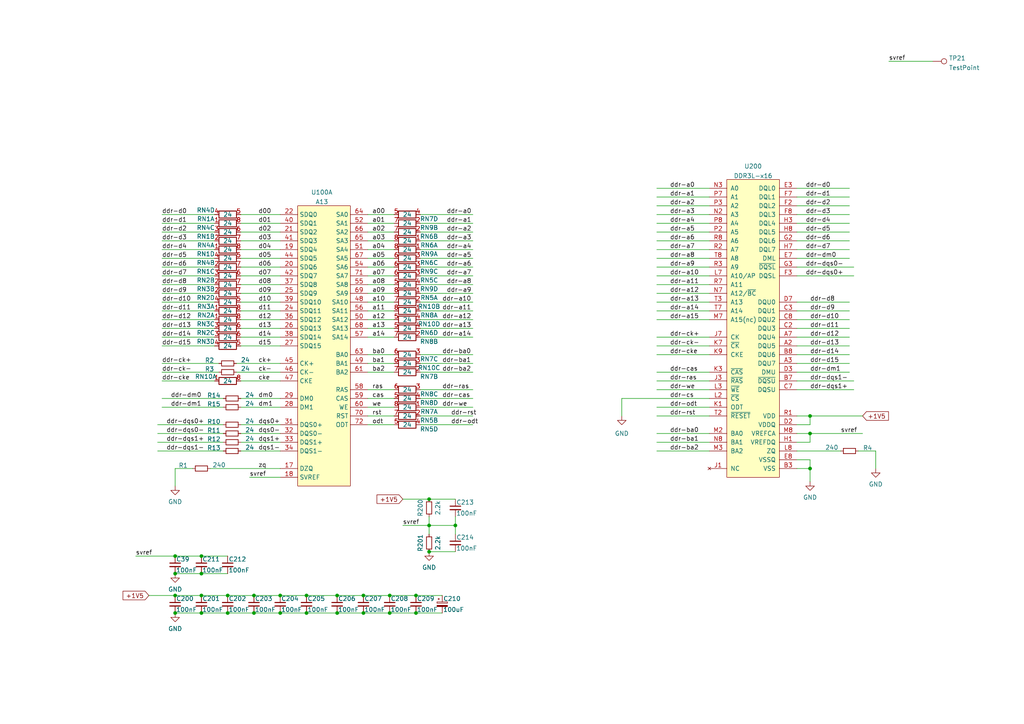
<source format=kicad_sch>
(kicad_sch (version 20231120) (generator "eeschema") (generator_version "8.0")
  (paper "A4")
  (junction (at 120.65 172.72))
  (junction (at 105.41 177.8))
  (junction (at 124.46 144.78))
  (junction (at 58.42 166.37))
  (junction (at 88.9 177.8))
  (junction (at 234.95 120.65))
  (junction (at 81.28 177.8))
  (junction (at 120.65 177.8))
  (junction (at 113.03 172.72))
  (junction (at 50.8 166.37))
  (junction (at 58.42 161.29))
  (junction (at 66.04 172.72))
  (junction (at 50.8 172.72))
  (junction (at 124.46 152.4))
  (junction (at 81.28 172.72))
  (junction (at 66.04 177.8))
  (junction (at 113.03 177.8))
  (junction (at 88.9 172.72))
  (junction (at 97.79 172.72))
  (junction (at 50.8 177.8))
  (junction (at 58.42 177.8))
  (junction (at 234.95 125.73))
  (junction (at 73.66 177.8))
  (junction (at 234.95 135.89))
  (junction (at 132.08 152.4))
  (junction (at 58.42 172.72))
  (junction (at 105.41 172.72))
  (junction (at 73.66 172.72))
  (junction (at 124.46 160.02))
  (junction (at 97.79 177.8))
  (junction (at 50.8 161.29))
  (wire (pts (xy 121.92 97.79) (xy 137.16 97.79)))
  (wire (pts (xy 46.99 115.57) (xy 64.77 115.57)))
  (wire (pts (xy 106.68 85.09) (xy 114.3 85.09)))
  (wire (pts (xy 106.68 74.93) (xy 114.3 74.93)))
  (wire (pts (xy 121.92 102.87) (xy 137.16 102.87)))
  (wire (pts (xy 190.5 67.31) (xy 205.74 67.31)))
  (wire (pts (xy 234.95 123.19) (xy 234.95 120.65)))
  (wire (pts (xy 234.95 135.89) (xy 234.95 139.7)))
  (wire (pts (xy 121.92 107.95) (xy 137.16 107.95)))
  (wire (pts (xy 73.66 177.8) (xy 81.28 177.8)))
  (wire (pts (xy 190.5 85.09) (xy 205.74 85.09)))
  (wire (pts (xy 190.5 77.47) (xy 205.74 77.47)))
  (wire (pts (xy 106.68 92.71) (xy 114.3 92.71)))
  (wire (pts (xy 50.8 172.72) (xy 58.42 172.72)))
  (wire (pts (xy 180.34 115.57) (xy 180.34 120.65)))
  (wire (pts (xy 190.5 64.77) (xy 205.74 64.77)))
  (wire (pts (xy 121.92 62.23) (xy 137.16 62.23)))
  (wire (pts (xy 106.68 97.79) (xy 114.3 97.79)))
  (wire (pts (xy 69.85 64.77) (xy 81.28 64.77)))
  (wire (pts (xy 234.95 128.27) (xy 234.95 125.73)))
  (wire (pts (xy 45.72 128.27) (xy 64.77 128.27)))
  (wire (pts (xy 106.68 123.19) (xy 114.3 123.19)))
  (wire (pts (xy 120.65 177.8) (xy 128.27 177.8)))
  (wire (pts (xy 190.5 57.15) (xy 205.74 57.15)))
  (wire (pts (xy 46.99 107.95) (xy 63.5 107.95)))
  (wire (pts (xy 106.68 95.25) (xy 114.3 95.25)))
  (wire (pts (xy 45.72 130.81) (xy 64.77 130.81)))
  (wire (pts (xy 190.5 113.03) (xy 205.74 113.03)))
  (wire (pts (xy 69.85 77.47) (xy 81.28 77.47)))
  (wire (pts (xy 46.99 62.23) (xy 62.23 62.23)))
  (wire (pts (xy 132.08 149.86) (xy 132.08 152.4)))
  (wire (pts (xy 124.46 160.02) (xy 132.08 160.02)))
  (wire (pts (xy 121.92 120.65) (xy 137.16 120.65)))
  (wire (pts (xy 60.96 135.89) (xy 81.28 135.89)))
  (wire (pts (xy 190.5 80.01) (xy 205.74 80.01)))
  (wire (pts (xy 116.84 152.4) (xy 124.46 152.4)))
  (wire (pts (xy 190.5 120.65) (xy 205.74 120.65)))
  (wire (pts (xy 72.39 138.43) (xy 81.28 138.43)))
  (wire (pts (xy 50.8 177.8) (xy 58.42 177.8)))
  (wire (pts (xy 105.41 177.8) (xy 113.03 177.8)))
  (wire (pts (xy 46.99 82.55) (xy 62.23 82.55)))
  (wire (pts (xy 66.04 177.8) (xy 73.66 177.8)))
  (wire (pts (xy 106.68 115.57) (xy 114.3 115.57)))
  (wire (pts (xy 46.99 92.71) (xy 62.23 92.71)))
  (wire (pts (xy 69.85 128.27) (xy 81.28 128.27)))
  (wire (pts (xy 231.14 69.85) (xy 246.38 69.85)))
  (wire (pts (xy 124.46 152.4) (xy 132.08 152.4)))
  (wire (pts (xy 106.68 120.65) (xy 114.3 120.65)))
  (wire (pts (xy 234.95 133.35) (xy 234.95 135.89)))
  (wire (pts (xy 69.85 100.33) (xy 81.28 100.33)))
  (wire (pts (xy 121.92 113.03) (xy 137.16 113.03)))
  (wire (pts (xy 121.92 74.93) (xy 137.16 74.93)))
  (wire (pts (xy 46.99 105.41) (xy 63.5 105.41)))
  (wire (pts (xy 120.65 172.72) (xy 128.27 172.72)))
  (wire (pts (xy 69.85 90.17) (xy 81.28 90.17)))
  (wire (pts (xy 46.99 72.39) (xy 62.23 72.39)))
  (wire (pts (xy 46.99 74.93) (xy 62.23 74.93)))
  (wire (pts (xy 190.5 130.81) (xy 205.74 130.81)))
  (wire (pts (xy 43.18 172.72) (xy 50.8 172.72)))
  (wire (pts (xy 46.99 87.63) (xy 62.23 87.63)))
  (wire (pts (xy 231.14 110.49) (xy 247.65 110.49)))
  (wire (pts (xy 190.5 69.85) (xy 205.74 69.85)))
  (wire (pts (xy 69.85 97.79) (xy 81.28 97.79)))
  (wire (pts (xy 231.14 64.77) (xy 246.38 64.77)))
  (wire (pts (xy 254 130.81) (xy 254 135.89)))
  (wire (pts (xy 231.14 92.71) (xy 246.38 92.71)))
  (wire (pts (xy 69.85 110.49) (xy 81.28 110.49)))
  (wire (pts (xy 234.95 120.65) (xy 250.19 120.65)))
  (wire (pts (xy 69.85 123.19) (xy 81.28 123.19)))
  (wire (pts (xy 69.85 67.31) (xy 81.28 67.31)))
  (wire (pts (xy 68.58 105.41) (xy 81.28 105.41)))
  (wire (pts (xy 39.37 161.29) (xy 50.8 161.29)))
  (wire (pts (xy 116.84 144.78) (xy 124.46 144.78)))
  (wire (pts (xy 58.42 161.29) (xy 66.04 161.29)))
  (wire (pts (xy 190.5 102.87) (xy 205.74 102.87)))
  (wire (pts (xy 231.14 95.25) (xy 246.38 95.25)))
  (wire (pts (xy 231.14 123.19) (xy 234.95 123.19)))
  (wire (pts (xy 106.68 64.77) (xy 114.3 64.77)))
  (wire (pts (xy 190.5 82.55) (xy 205.74 82.55)))
  (wire (pts (xy 234.95 125.73) (xy 250.19 125.73)))
  (wire (pts (xy 50.8 166.37) (xy 58.42 166.37)))
  (wire (pts (xy 231.14 120.65) (xy 234.95 120.65)))
  (wire (pts (xy 97.79 172.72) (xy 105.41 172.72)))
  (wire (pts (xy 69.85 80.01) (xy 81.28 80.01)))
  (wire (pts (xy 69.85 95.25) (xy 81.28 95.25)))
  (wire (pts (xy 231.14 62.23) (xy 246.38 62.23)))
  (wire (pts (xy 121.92 69.85) (xy 137.16 69.85)))
  (wire (pts (xy 113.03 172.72) (xy 120.65 172.72)))
  (wire (pts (xy 46.99 118.11) (xy 64.77 118.11)))
  (wire (pts (xy 69.85 125.73) (xy 81.28 125.73)))
  (wire (pts (xy 69.85 85.09) (xy 81.28 85.09)))
  (wire (pts (xy 231.14 54.61) (xy 246.38 54.61)))
  (wire (pts (xy 45.72 125.73) (xy 64.77 125.73)))
  (wire (pts (xy 121.92 92.71) (xy 137.16 92.71)))
  (wire (pts (xy 88.9 172.72) (xy 97.79 172.72)))
  (wire (pts (xy 69.85 92.71) (xy 81.28 92.71)))
  (wire (pts (xy 231.14 74.93) (xy 246.38 74.93)))
  (wire (pts (xy 121.92 90.17) (xy 137.16 90.17)))
  (wire (pts (xy 121.92 95.25) (xy 137.16 95.25)))
  (wire (pts (xy 231.14 77.47) (xy 247.65 77.47)))
  (wire (pts (xy 190.5 97.79) (xy 205.74 97.79)))
  (wire (pts (xy 231.14 102.87) (xy 246.38 102.87)))
  (wire (pts (xy 106.68 107.95) (xy 114.3 107.95)))
  (wire (pts (xy 113.03 177.8) (xy 120.65 177.8)))
  (wire (pts (xy 190.5 72.39) (xy 205.74 72.39)))
  (wire (pts (xy 231.14 80.01) (xy 247.65 80.01)))
  (wire (pts (xy 106.68 87.63) (xy 114.3 87.63)))
  (wire (pts (xy 231.14 125.73) (xy 234.95 125.73)))
  (wire (pts (xy 124.46 144.78) (xy 132.08 144.78)))
  (wire (pts (xy 106.68 77.47) (xy 114.3 77.47)))
  (wire (pts (xy 121.92 118.11) (xy 137.16 118.11)))
  (wire (pts (xy 231.14 100.33) (xy 246.38 100.33)))
  (wire (pts (xy 190.5 92.71) (xy 205.74 92.71)))
  (wire (pts (xy 46.99 67.31) (xy 62.23 67.31)))
  (wire (pts (xy 231.14 90.17) (xy 246.38 90.17)))
  (wire (pts (xy 121.92 123.19) (xy 137.16 123.19)))
  (wire (pts (xy 190.5 107.95) (xy 205.74 107.95)))
  (wire (pts (xy 121.92 64.77) (xy 137.16 64.77)))
  (wire (pts (xy 231.14 67.31) (xy 246.38 67.31)))
  (wire (pts (xy 46.99 69.85) (xy 62.23 69.85)))
  (wire (pts (xy 190.5 110.49) (xy 205.74 110.49)))
  (wire (pts (xy 66.04 172.72) (xy 73.66 172.72)))
  (wire (pts (xy 106.68 102.87) (xy 114.3 102.87)))
  (wire (pts (xy 46.99 95.25) (xy 62.23 95.25)))
  (wire (pts (xy 69.85 115.57) (xy 81.28 115.57)))
  (wire (pts (xy 231.14 107.95) (xy 246.38 107.95)))
  (wire (pts (xy 46.99 85.09) (xy 62.23 85.09)))
  (wire (pts (xy 81.28 177.8) (xy 88.9 177.8)))
  (wire (pts (xy 46.99 64.77) (xy 62.23 64.77)))
  (wire (pts (xy 180.34 115.57) (xy 205.74 115.57)))
  (wire (pts (xy 231.14 59.69) (xy 246.38 59.69)))
  (wire (pts (xy 106.68 62.23) (xy 114.3 62.23)))
  (wire (pts (xy 121.92 85.09) (xy 137.16 85.09)))
  (wire (pts (xy 190.5 62.23) (xy 205.74 62.23)))
  (wire (pts (xy 121.92 72.39) (xy 137.16 72.39)))
  (wire (pts (xy 190.5 128.27) (xy 205.74 128.27)))
  (wire (pts (xy 58.42 177.8) (xy 66.04 177.8)))
  (wire (pts (xy 105.41 172.72) (xy 113.03 172.72)))
  (wire (pts (xy 69.85 82.55) (xy 81.28 82.55)))
  (wire (pts (xy 190.5 125.73) (xy 205.74 125.73)))
  (wire (pts (xy 58.42 166.37) (xy 66.04 166.37)))
  (wire (pts (xy 46.99 110.49) (xy 62.23 110.49)))
  (wire (pts (xy 121.92 105.41) (xy 137.16 105.41)))
  (wire (pts (xy 50.8 135.89) (xy 50.8 140.97)))
  (wire (pts (xy 46.99 90.17) (xy 62.23 90.17)))
  (wire (pts (xy 69.85 87.63) (xy 81.28 87.63)))
  (wire (pts (xy 190.5 90.17) (xy 205.74 90.17)))
  (wire (pts (xy 46.99 97.79) (xy 62.23 97.79)))
  (wire (pts (xy 190.5 87.63) (xy 205.74 87.63)))
  (wire (pts (xy 88.9 177.8) (xy 97.79 177.8)))
  (wire (pts (xy 231.14 133.35) (xy 234.95 133.35)))
  (wire (pts (xy 46.99 80.01) (xy 62.23 80.01)))
  (wire (pts (xy 231.14 113.03) (xy 247.65 113.03)))
  (wire (pts (xy 190.5 54.61) (xy 205.74 54.61)))
  (wire (pts (xy 106.68 113.03) (xy 114.3 113.03)))
  (wire (pts (xy 106.68 118.11) (xy 114.3 118.11)))
  (wire (pts (xy 46.99 100.33) (xy 62.23 100.33)))
  (wire (pts (xy 231.14 128.27) (xy 234.95 128.27)))
  (wire (pts (xy 190.5 100.33) (xy 205.74 100.33)))
  (wire (pts (xy 81.28 172.72) (xy 88.9 172.72)))
  (wire (pts (xy 68.58 107.95) (xy 81.28 107.95)))
  (wire (pts (xy 231.14 72.39) (xy 246.38 72.39)))
  (wire (pts (xy 45.72 123.19) (xy 64.77 123.19)))
  (wire (pts (xy 106.68 67.31) (xy 114.3 67.31)))
  (wire (pts (xy 69.85 69.85) (xy 81.28 69.85)))
  (wire (pts (xy 124.46 152.4) (xy 124.46 154.94)))
  (wire (pts (xy 121.92 77.47) (xy 137.16 77.47)))
  (wire (pts (xy 248.92 130.81) (xy 254 130.81)))
  (wire (pts (xy 190.5 118.11) (xy 205.74 118.11)))
  (wire (pts (xy 190.5 74.93) (xy 205.74 74.93)))
  (wire (pts (xy 231.14 135.89) (xy 234.95 135.89)))
  (wire (pts (xy 231.14 105.41) (xy 246.38 105.41)))
  (wire (pts (xy 69.85 130.81) (xy 81.28 130.81)))
  (wire (pts (xy 124.46 149.86) (xy 124.46 152.4)))
  (wire (pts (xy 106.68 105.41) (xy 114.3 105.41)))
  (wire (pts (xy 69.85 72.39) (xy 81.28 72.39)))
  (wire (pts (xy 121.92 87.63) (xy 137.16 87.63)))
  (wire (pts (xy 121.92 82.55) (xy 137.16 82.55)))
  (wire (pts (xy 106.68 69.85) (xy 114.3 69.85)))
  (wire (pts (xy 73.66 172.72) (xy 81.28 172.72)))
  (wire (pts (xy 46.99 77.47) (xy 62.23 77.47)))
  (wire (pts (xy 106.68 90.17) (xy 114.3 90.17)))
  (wire (pts (xy 231.14 87.63) (xy 246.38 87.63)))
  (wire (pts (xy 69.85 62.23) (xy 81.28 62.23)))
  (wire (pts (xy 58.42 172.72) (xy 66.04 172.72)))
  (wire (pts (xy 121.92 67.31) (xy 137.16 67.31)))
  (wire (pts (xy 55.88 135.89) (xy 50.8 135.89)))
  (wire (pts (xy 69.85 118.11) (xy 81.28 118.11)))
  (wire (pts (xy 257.81 17.78) (xy 270.51 17.78)))
  (wire (pts (xy 231.14 57.15) (xy 246.38 57.15)))
  (wire (pts (xy 121.92 80.01) (xy 137.16 80.01)))
  (wire (pts (xy 106.68 82.55) (xy 114.3 82.55)))
  (wire (pts (xy 69.85 74.93) (xy 81.28 74.93)))
  (wire (pts (xy 106.68 72.39) (xy 114.3 72.39)))
  (wire (pts (xy 132.08 154.94) (xy 132.08 152.4)))
  (wire (pts (xy 97.79 177.8) (xy 105.41 177.8)))
  (wire (pts (xy 190.5 59.69) (xy 205.74 59.69)))
  (wire (pts (xy 121.92 115.57) (xy 137.16 115.57)))
  (wire (pts (xy 231.14 97.79) (xy 246.38 97.79)))
  (wire (pts (xy 231.14 130.81) (xy 243.84 130.81)))
  (wire (pts (xy 106.68 80.01) (xy 114.3 80.01)))
  (wire (pts (xy 50.8 161.29) (xy 58.42 161.29)))
  (label "d08" (at 74.93 82.55 0))
  (label "ddr-ras" (at 128.27 113.03 0))
  (label "a11" (at 107.95 90.17 0))
  (label "zq" (at 74.93 135.89 0))
  (label "d04" (at 74.93 72.39 0))
  (label "ddr-a12" (at 194.31 85.09 0))
  (label "ddr-dqs0-" (at 48.26 125.73 0))
  (label "ddr-ck+" (at 194.31 97.79 0))
  (label "ddr-a2" (at 194.31 59.69 0))
  (label "ddr-dm1" (at 234.95 107.95 0))
  (label "ddr-dqs0-" (at 233.68 77.47 0))
  (label "d02" (at 74.93 67.31 0))
  (label "ddr-a0" (at 194.31 54.61 0))
  (label "ddr-d0" (at 233.68 54.61 0))
  (label "ddr-d13" (at 234.95 100.33 0))
  (label "ddr-d10" (at 46.99 87.63 0))
  (label "ddr-a3" (at 194.31 62.23 0))
  (label "d10" (at 74.93 87.63 0))
  (label "ddr-a9" (at 194.31 77.47 0))
  (label "a06" (at 107.95 77.47 0))
  (label "ddr-a15" (at 194.31 92.71 0))
  (label "ddr-ba2" (at 194.31 130.81 0))
  (label "cas" (at 107.95 115.57 0))
  (label "d03" (at 74.93 69.85 0))
  (label "ddr-we" (at 128.27 118.11 0))
  (label "ddr-d7" (at 233.68 72.39 0))
  (label "ddr-rst" (at 130.81 120.65 0))
  (label "ddr-d3" (at 233.68 62.23 0))
  (label "ddr-d11" (at 46.99 90.17 0))
  (label "ddr-cs" (at 194.31 115.57 0))
  (label "ddr-d2" (at 46.99 67.31 0))
  (label "ddr-odt" (at 130.81 123.19 0))
  (label "ba2" (at 107.95 107.95 0))
  (label "a08" (at 107.95 82.55 0))
  (label "ddr-d1" (at 233.68 57.15 0))
  (label "ddr-ras" (at 194.31 110.49 0))
  (label "svref" (at 72.39 138.43 0))
  (label "ddr-d7" (at 46.99 80.01 0))
  (label "ddr-dm1" (at 49.53 118.11 0))
  (label "a02" (at 107.95 67.31 0))
  (label "d12" (at 74.93 92.71 0))
  (label "ddr-a13" (at 128.27 95.25 0))
  (label "ddr-ba0" (at 128.27 102.87 0))
  (label "ddr-a7" (at 129.54 80.01 0))
  (label "ddr-cas" (at 194.31 107.95 0))
  (label "ddr-a2" (at 129.54 67.31 0))
  (label "ddr-odt" (at 194.31 118.11 0))
  (label "cke" (at 74.93 110.49 0))
  (label "ddr-a3" (at 129.54 69.85 0))
  (label "ddr-we" (at 194.31 113.03 0))
  (label "a04" (at 107.95 72.39 0))
  (label "d07" (at 74.93 80.01 0))
  (label "ddr-d1" (at 46.99 64.77 0))
  (label "d09" (at 74.93 85.09 0))
  (label "ddr-a10" (at 194.31 80.01 0))
  (label "ddr-a4" (at 129.54 72.39 0))
  (label "ddr-a6" (at 129.54 77.47 0))
  (label "ddr-d11" (at 234.95 95.25 0))
  (label "dqs0+" (at 74.93 123.19 0))
  (label "ddr-a1" (at 129.54 64.77 0))
  (label "dqs0-" (at 74.93 125.73 0))
  (label "ddr-cas" (at 128.27 115.57 0))
  (label "d05" (at 74.93 74.93 0))
  (label "ddr-dqs1+" (at 48.26 128.27 0))
  (label "a10" (at 107.95 87.63 0))
  (label "ddr-a10" (at 128.27 87.63 0))
  (label "d00" (at 74.93 62.23 0))
  (label "a01" (at 107.95 64.77 0))
  (label "ddr-d14" (at 234.95 102.87 0))
  (label "dqs1-" (at 74.93 130.81 0))
  (label "ddr-d5" (at 233.68 67.31 0))
  (label "ddr-a0" (at 129.54 62.23 0))
  (label "ddr-a13" (at 194.31 87.63 0))
  (label "d06" (at 74.93 77.47 0))
  (label "ddr-rst" (at 194.31 120.65 0))
  (label "ddr-ck+" (at 46.99 105.41 0))
  (label "ddr-d5" (at 46.99 74.93 0))
  (label "ddr-cke" (at 194.31 102.87 0))
  (label "ddr-d6" (at 46.99 77.47 0))
  (label "ck+" (at 74.93 105.41 0))
  (label "ddr-dqs1-" (at 48.26 130.81 0))
  (label "d15" (at 74.93 100.33 0))
  (label "ddr-a8" (at 129.54 82.55 0))
  (label "a03" (at 107.95 69.85 0))
  (label "ddr-dqs1-" (at 234.95 110.49 0))
  (label "ddr-a14" (at 128.27 97.79 0))
  (label "ddr-ck-" (at 46.99 107.95 0))
  (label "ddr-dqs0+" (at 48.26 123.19 0))
  (label "ddr-dqs0+" (at 233.68 80.01 0))
  (label "ddr-ba0" (at 194.31 125.73 0))
  (label "ddr-dm0" (at 49.53 115.57 0))
  (label "a07" (at 107.95 80.01 0))
  (label "ras" (at 107.95 113.03 0))
  (label "we" (at 107.95 118.11 0))
  (label "ddr-d12" (at 234.95 97.79 0))
  (label "a05" (at 107.95 74.93 0))
  (label "d14" (at 74.93 97.79 0))
  (label "ba1" (at 107.95 105.41 0))
  (label "svref" (at 243.84 125.73 0))
  (label "svref" (at 39.37 161.29 0))
  (label "ddr-a14" (at 194.31 90.17 0))
  (label "ddr-dqs1+" (at 234.95 113.03 0))
  (label "ddr-d9" (at 46.99 85.09 0))
  (label "ddr-ba1" (at 128.27 105.41 0))
  (label "ddr-dm0" (at 233.68 74.93 0))
  (label "ck-" (at 74.93 107.95 0))
  (label "a12" (at 107.95 92.71 0))
  (label "ddr-d10" (at 234.95 92.71 0))
  (label "a00" (at 107.95 62.23 0))
  (label "ddr-a8" (at 194.31 74.93 0))
  (label "ddr-a5" (at 129.54 74.93 0))
  (label "ddr-ba1" (at 194.31 128.27 0))
  (label "d01" (at 74.93 64.77 0))
  (label "ddr-d9" (at 234.95 90.17 0))
  (label "ddr-a7" (at 194.31 72.39 0))
  (label "rst" (at 107.95 120.65 0))
  (label "svref" (at 116.84 152.4 0))
  (label "ddr-d15" (at 234.95 105.41 0))
  (label "ddr-a12" (at 128.27 92.71 0))
  (label "d11" (at 74.93 90.17 0))
  (label "ddr-a9" (at 129.54 85.09 0))
  (label "odt" (at 107.95 123.19 0))
  (label "ddr-a1" (at 194.31 57.15 0))
  (label "ddr-a6" (at 194.31 69.85 0))
  (label "ddr-d0" (at 46.99 62.23 0))
  (label "ddr-d6" (at 233.68 69.85 0))
  (label "dm1" (at 74.93 118.11 0))
  (label "a13" (at 107.95 95.25 0))
  (label "ddr-d4" (at 46.99 72.39 0))
  (label "ba0" (at 107.95 102.87 0))
  (label "ddr-a5" (at 194.31 67.31 0))
  (label "d13" (at 74.93 95.25 0))
  (label "ddr-cke" (at 46.99 110.49 0))
  (label "ddr-d8" (at 234.95 87.63 0))
  (label "ddr-d4" (at 233.68 64.77 0))
  (label "ddr-d2" (at 233.68 59.69 0))
  (label "svref" (at 257.81 17.78 0))
  (label "ddr-d15" (at 46.99 100.33 0))
  (label "dqs1+" (at 74.93 128.27 0))
  (label "dm0" (at 74.93 115.57 0))
  (label "ddr-d13" (at 46.99 95.25 0))
  (label "ddr-ba2" (at 128.27 107.95 0))
  (label "ddr-a11" (at 194.31 82.55 0))
  (label "ddr-d12" (at 46.99 92.71 0))
  (label "a14" (at 107.95 97.79 0))
  (label "ddr-a11" (at 128.27 90.17 0))
  (label "a09" (at 107.95 85.09 0))
  (label "ddr-d14" (at 46.99 97.79 0))
  (label "ddr-d8" (at 46.99 82.55 0))
  (label "ddr-a4" (at 194.31 64.77 0))
  (label "ddr-ck-" (at 194.31 100.33 0))
  (label "ddr-d3" (at 46.99 69.85 0))
  (global_label "+1V5" (shape input) (at 250.19 120.65 0) (property "Intersheetrefs" "${INTERSHEET_REFS}" (effects (hide yes))))
  (global_label "+1V5" (shape input) (at 116.84 144.78 180) (property "Intersheetrefs" "${INTERSHEET_REFS}" (effects (hide yes))))
  (global_label "+1V5" (shape input) (at 43.18 172.72 180) (property "Intersheetrefs" "${INTERSHEET_REFS}" (effects (hide yes))))
  (symbol (lib_id "Device:R_Small") (at 67.31 130.81 90) (unit 1)
    (property "Reference" "R13" (at 62.0373 129.9098 90))
    (property "Value" "24" (at 72.4339 129.7885 90))
    (property "Footprint" "Resistor_SMD:R_0402_1005Metric" (effects (hide yes)))
  )
  (symbol (lib_id "Device:R_Pack04_Split") (at 118.11 77.47 90) (mirror x) (unit 3)
    (property "Reference" "RN9" (at 124.46 78.74 90))
    (property "Value" "24" (at 118.11 77.47 90))
    (property "Footprint" "Resistor_SMD:R_Array_Concave_4x0402" (effects (hide yes)))
  )
  (symbol (lib_id "Device:R_Pack04_Split") (at 118.11 72.39 90) (mirror x) (unit 1)
    (property "Reference" "RN9" (at 124.46 73.66 90))
    (property "Value" "24" (at 118.11 72.39 90))
    (property "Footprint" "Resistor_SMD:R_Array_Concave_4x0402" (effects (hide yes)))
  )
  (symbol (lib_id "Device:R_Pack04_Split") (at 66.04 77.47 270) (mirror x) (unit 2)
    (property "Reference" "RN4" (at 59.69 76.2 90))
    (property "Value" "24" (at 66.04 77.47 90))
    (property "Footprint" "Resistor_SMD:R_Array_Concave_4x0402" (effects (hide yes)))
  )
  (symbol (lib_id "Device:R_Pack04_Split") (at 118.11 69.85 90) (mirror x) (unit 1)
    (property "Reference" "RN6" (at 124.46 71.12 90))
    (property "Value" "24" (at 118.11 69.85 90))
    (property "Footprint" "Resistor_SMD:R_Array_Concave_4x0402" (effects (hide yes)))
  )
  (symbol (lib_id "power:GND") (at 234.95 139.7 0) (unit 1)
    (property "Reference" "#PWR0102" (effects (hide yes)))
    (property "Value" "GND" (at 234.95 144.2626 0))
  )
  (symbol (lib_id "Device:R_Small") (at 66.04 107.95 90) (unit 1)
    (property "Reference" "R3" (at 60.7673 107.0498 90))
    (property "Value" "24" (at 71.1639 106.9285 90))
    (property "Footprint" "Resistor_SMD:R_0402_1005Metric" (effects (hide yes)))
  )
  (symbol (lib_id "Device:R_Pack04_Split") (at 118.11 62.23 90) (mirror x) (unit 4)
    (property "Reference" "RN7" (at 124.46 63.5 90))
    (property "Value" "24" (at 118.11 62.23 90))
    (property "Footprint" "Resistor_SMD:R_Array_Concave_4x0402" (effects (hide yes)))
  )
  (symbol (lib_id "Device:C_Small") (at 105.41 175.26 0) (unit 1)
    (property "Reference" "C207" (at 105.6851 173.6334 0) (effects (justify left)))
    (property "Value" "100nF" (at 105.6366 176.8195 0) (effects (justify left)))
    (property "Footprint" "Capacitor_SMD:C_0402_1005Metric" (effects (hide yes)))
  )
  (symbol (lib_id "Device:C_Small") (at 120.65 175.26 0) (unit 1)
    (property "Reference" "C209" (at 120.9251 173.6334 0) (effects (justify left)))
    (property "Value" "100nF" (at 120.8766 176.8195 0) (effects (justify left)))
    (property "Footprint" "Capacitor_SMD:C_0402_1005Metric" (effects (hide yes)))
  )
  (symbol (lib_id "Device:R_Small") (at 67.31 125.73 90) (unit 1)
    (property "Reference" "R11" (at 62.0373 124.8298 90))
    (property "Value" "24" (at 72.4339 124.7085 90))
    (property "Footprint" "Resistor_SMD:R_0402_1005Metric" (effects (hide yes)))
  )
  (symbol (lib_id "Device:R_Pack04_Split") (at 66.04 67.31 270) (mirror x) (unit 3)
    (property "Reference" "RN4" (at 59.69 66.04 90))
    (property "Value" "24" (at 66.04 67.31 90))
    (property "Footprint" "Resistor_SMD:R_Array_Concave_4x0402" (effects (hide yes)))
  )
  (symbol (lib_id "Device:C_Small") (at 97.79 175.26 0) (unit 1)
    (property "Reference" "C206" (at 98.0651 173.6334 0) (effects (justify left)))
    (property "Value" "100nF" (at 98.0166 176.8195 0) (effects (justify left)))
    (property "Footprint" "Capacitor_SMD:C_0402_1005Metric" (effects (hide yes)))
  )
  (symbol (lib_id "Device:R_Pack04_Split") (at 66.04 100.33 270) (mirror x) (unit 4)
    (property "Reference" "RN3" (at 59.69 99.06 90))
    (property "Value" "24" (at 66.04 100.33 90))
    (property "Footprint" "Resistor_SMD:R_Array_Concave_4x0402" (effects (hide yes)))
  )
  (symbol (lib_id "Device:R_Pack04_Split") (at 118.11 95.25 90) (mirror x) (unit 4)
    (property "Reference" "RN6" (at 124.46 96.52 90))
    (property "Value" "24" (at 118.11 95.25 90))
    (property "Footprint" "Resistor_SMD:R_Array_Concave_4x0402" (effects (hide yes)))
  )
  (symbol (lib_id "Device:R_Pack04_Split") (at 66.04 85.09 270) (mirror x) (unit 2)
    (property "Reference" "RN3" (at 59.69 83.82 90))
    (property "Value" "24" (at 66.04 85.09 90))
    (property "Footprint" "Resistor_SMD:R_Array_Concave_4x0402" (effects (hide yes)))
  )
  (symbol (lib_id "Device:C_Small") (at 50.8 175.26 0) (unit 1)
    (property "Reference" "C200" (at 51.0751 173.6334 0) (effects (justify left)))
    (property "Value" "100nF" (at 51.0266 176.8195 0) (effects (justify left)))
    (property "Footprint" "Capacitor_SMD:C_0402_1005Metric" (effects (hide yes)))
  )
  (symbol (lib_id "Device:R_Pack04_Split") (at 66.04 95.25 270) (mirror x) (unit 3)
    (property "Reference" "RN3" (at 59.69 93.98 90))
    (property "Value" "24" (at 66.04 95.25 90))
    (property "Footprint" "Resistor_SMD:R_Array_Concave_4x0402" (effects (hide yes)))
  )
  (symbol (lib_id "Device:R_Small") (at 58.42 135.89 90) (unit 1)
    (property "Reference" "R1" (at 53.1473 134.9898 90))
    (property "Value" "240" (at 63.5439 134.8685 90))
    (property "Footprint" "Resistor_SMD:R_0402_1005Metric" (effects (hide yes)))
  )
  (symbol (lib_id "Device:R_Pack04_Split") (at 66.04 82.55 270) (mirror x) (unit 2)
    (property "Reference" "RN2" (at 59.69 81.28 90))
    (property "Value" "24" (at 66.04 82.55 90))
    (property "Footprint" "Resistor_SMD:R_Array_Concave_4x0402" (effects (hide yes)))
  )
  (symbol (lib_id "Device:R_Small") (at 124.46 147.32 180) (unit 1)
    (property "Reference" "R200" (at 121.92 147.32 90))
    (property "Value" "2.2k" (at 127 147.32 90))
    (property "Footprint" "Resistor_SMD:R_0402_1005Metric" (effects (hide yes)))
  )
  (symbol (lib_id "Device:C_Small") (at 58.42 163.83 0) (unit 1)
    (property "Reference" "C211" (at 58.6951 162.2034 0) (effects (justify left)))
    (property "Value" "100nF" (at 58.6466 165.3895 0) (effects (justify left)))
    (property "Footprint" "Capacitor_SMD:C_0402_1005Metric" (effects (hide yes)))
  )
  (symbol (lib_id "Device:R_Pack04_Split") (at 66.04 72.39 270) (mirror x) (unit 1)
    (property "Reference" "RN4" (at 59.69 71.12 90))
    (property "Value" "24" (at 66.04 72.39 90))
    (property "Footprint" "Resistor_SMD:R_Array_Concave_4x0402" (effects (hide yes)))
  )
  (symbol (lib_id "Device:R_Pack04_Split") (at 66.04 80.01 270) (mirror x) (unit 3)
    (property "Reference" "RN1" (at 59.69 78.74 90))
    (property "Value" "24" (at 66.04 80.01 90))
    (property "Footprint" "Resistor_SMD:R_Array_Concave_4x0402" (effects (hide yes)))
  )
  (symbol (lib_id "Device:R_Pack04_Split") (at 118.11 107.95 90) (mirror x) (unit 2)
    (property "Reference" "RN7" (at 124.46 109.22 90))
    (property "Value" "24" (at 118.11 107.95 90))
    (property "Footprint" "Resistor_SMD:R_Array_Concave_4x0402" (effects (hide yes)))
  )
  (symbol (lib_id "Device:R_Pack04_Split") (at 118.11 80.01 90) (mirror x) (unit 3)
    (property "Reference" "RN5" (at 124.46 81.28 90))
    (property "Value" "24" (at 118.11 80.01 90))
    (property "Footprint" "Resistor_SMD:R_Array_Concave_4x0402" (effects (hide yes)))
  )
  (symbol (lib_id "Device:R_Pack04_Split") (at 118.11 87.63 90) (mirror x) (unit 2)
    (property "Reference" "RN10" (at 124.46 88.9 90))
    (property "Value" "24" (at 118.11 87.63 90))
    (property "Footprint" "Resistor_SMD:R_Array_Concave_4x0402" (effects (hide yes)))
  )
  (symbol (lib_id "Device:R_Small") (at 66.04 105.41 90) (unit 1)
    (property "Reference" "R2" (at 60.7673 104.5098 90))
    (property "Value" "24" (at 71.1639 104.3885 90))
    (property "Footprint" "Resistor_SMD:R_0402_1005Metric" (effects (hide yes)))
  )
  (symbol (lib_id "Device:R_Pack04_Split") (at 66.04 90.17 270) (mirror x) (unit 1)
    (property "Reference" "RN3" (at 59.69 88.9 90))
    (property "Value" "24" (at 66.04 90.17 90))
    (property "Footprint" "Resistor_SMD:R_Array_Concave_4x0402" (effects (hide yes)))
  )
  (symbol (lib_id "Device:R_Pack04_Split") (at 118.11 118.11 90) (mirror x) (unit 1)
    (property "Reference" "RN7" (at 124.46 119.38 90))
    (property "Value" "24" (at 118.11 118.11 90))
    (property "Footprint" "Resistor_SMD:R_Array_Concave_4x0402" (effects (hide yes)))
  )
  (symbol (lib_id "Device:R_Pack04_Split") (at 118.11 120.65 90) (mirror x) (unit 2)
    (property "Reference" "RN5" (at 124.46 121.92 90))
    (property "Value" "24" (at 118.11 120.65 90))
    (property "Footprint" "Resistor_SMD:R_Array_Concave_4x0402" (effects (hide yes)))
  )
  (symbol (lib_id "Device:R_Pack04_Split") (at 118.11 105.41 90) (mirror x) (unit 3)
    (property "Reference" "RN10" (at 124.46 106.68 90))
    (property "Value" "24" (at 118.11 105.41 90))
    (property "Footprint" "Resistor_SMD:R_Array_Concave_4x0402" (effects (hide yes)))
  )
  (symbol (lib_id "Device:R_Pack04_Split") (at 66.04 97.79 270) (mirror x) (unit 3)
    (property "Reference" "RN2" (at 59.69 96.52 90))
    (property "Value" "24" (at 66.04 97.79 90))
    (property "Footprint" "Resistor_SMD:R_Array_Concave_4x0402" (effects (hide yes)))
  )
  (symbol (lib_id "winbond:DDR3L-x16") (at 218.44 101.6 0) (unit 1)
    (property "Reference" "U200" (at 218.44 48.2304 0))
    (property "Value" "DDR3L-x16" (at 218.44 51.0055 0))
    (property "Footprint" "winbond:BGA-96_9x14mm_P0.8mm" (effects (hide yes)))
  )
  (symbol (lib_id "power:GND") (at 50.8 177.8 0) (unit 1)
    (property "Reference" "#PWR0132" (effects (hide yes)))
    (property "Value" "GND" (at 50.8 182.3626 0))
  )
  (symbol (lib_id "Device:C_Small") (at 66.04 175.26 0) (unit 1)
    (property "Reference" "C202" (at 66.3151 173.6334 0) (effects (justify left)))
    (property "Value" "100nF" (at 66.2666 176.8195 0) (effects (justify left)))
    (property "Footprint" "Capacitor_SMD:C_0402_1005Metric" (effects (hide yes)))
  )
  (symbol (lib_id "Device:R_Pack04_Split") (at 66.04 87.63 270) (mirror x) (unit 4)
    (property "Reference" "RN2" (at 59.69 86.36 90))
    (property "Value" "24" (at 66.04 87.63 90))
    (property "Footprint" "Resistor_SMD:R_Array_Concave_4x0402" (effects (hide yes)))
  )
  (symbol (lib_id "Device:R_Small") (at 67.31 123.19 90) (unit 1)
    (property "Reference" "R10" (at 62.0373 122.2898 90))
    (property "Value" "24" (at 72.4339 122.1685 90))
    (property "Footprint" "Resistor_SMD:R_0402_1005Metric" (effects (hide yes)))
  )
  (symbol (lib_id "Device:C_Small") (at 132.08 157.48 0) (unit 1)
    (property "Reference" "C214" (at 132.3551 155.8534 0) (effects (justify left)))
    (property "Value" "100nF" (at 132.3066 159.0395 0) (effects (justify left)))
    (property "Footprint" "Capacitor_SMD:C_0402_1005Metric" (effects (hide yes)))
  )
  (symbol (lib_id "allwinner:A13") (at 93.98 59.69 0) (unit 1)
    (property "Reference" "U100" (at 93.345 55.7742 0))
    (property "Value" "A13" (at 93.345 58.5493 0))
    (property "Footprint" "allwinner:LQFP-176_20x20mm_P0.4mm" (effects (hide yes)))
  )
  (symbol (lib_id "Device:R_Pack04_Split") (at 118.11 74.93 90) (mirror x) (unit 3)
    (property "Reference" "RN6" (at 124.46 76.2 90))
    (property "Value" "24" (at 118.11 74.93 90))
    (property "Footprint" "Resistor_SMD:R_Array_Concave_4x0402" (effects (hide yes)))
  )
  (symbol (lib_id "Device:R_Pack04_Split") (at 118.11 102.87 90) (mirror x) (unit 3)
    (property "Reference" "RN7" (at 124.46 104.14 90))
    (property "Value" "24" (at 118.11 102.87 90))
    (property "Footprint" "Resistor_SMD:R_Array_Concave_4x0402" (effects (hide yes)))
  )
  (symbol (lib_id "Device:C_Small") (at 50.8 163.83 0) (unit 1)
    (property "Reference" "C39" (at 51.0751 162.2034 0) (effects (justify left)))
    (property "Value" "100nF" (at 51.0266 165.3895 0) (effects (justify left)))
    (property "Footprint" "Capacitor_SMD:C_0402_1005Metric" (effects (hide yes)))
  )
  (symbol (lib_id "Device:R_Small") (at 124.46 157.48 180) (unit 1)
    (property "Reference" "R201" (at 121.92 157.48 90))
    (property "Value" "2.2k" (at 127 157.48 90))
    (property "Footprint" "Resistor_SMD:R_0402_1005Metric" (effects (hide yes)))
  )
  (symbol (lib_id "power:GND") (at 50.8 140.97 0) (unit 1)
    (property "Reference" "#PWR0104" (effects (hide yes)))
    (property "Value" "GND" (at 50.8 145.5326 0))
  )
  (symbol (lib_id "Device:R_Pack04_Split") (at 118.11 85.09 90) (mirror x) (unit 1)
    (property "Reference" "RN5" (at 124.46 86.36 90))
    (property "Value" "24" (at 118.11 85.09 90))
    (property "Footprint" "Resistor_SMD:R_Array_Concave_4x0402" (effects (hide yes)))
  )
  (symbol (lib_id "Device:R_Pack04_Split") (at 66.04 110.49 270) (mirror x) (unit 1)
    (property "Reference" "RN10" (at 59.69 109.22 90))
    (property "Value" "24" (at 66.04 110.49 90))
    (property "Footprint" "Resistor_SMD:R_Array_Concave_4x0402" (effects (hide yes)))
  )
  (symbol (lib_id "Device:R_Pack04_Split") (at 66.04 74.93 270) (mirror x) (unit 4)
    (property "Reference" "RN1" (at 59.69 73.66 90))
    (property "Value" "24" (at 66.04 74.93 90))
    (property "Footprint" "Resistor_SMD:R_Array_Concave_4x0402" (effects (hide yes)))
  )
  (symbol (lib_id "Device:R_Pack04_Split") (at 66.04 64.77 270) (mirror x) (unit 1)
    (property "Reference" "RN1" (at 59.69 63.5 90))
    (property "Value" "24" (at 66.04 64.77 90))
    (property "Footprint" "Resistor_SMD:R_Array_Concave_4x0402" (effects (hide yes)))
  )
  (symbol (lib_id "power:GND") (at 124.46 160.02 0) (unit 1)
    (property "Reference" "#PWR0165" (effects (hide yes)))
    (property "Value" "GND" (at 124.46 164.5826 0))
  )
  (symbol (lib_id "Device:R_Small") (at 246.38 130.81 270) (mirror x) (unit 1)
    (property "Reference" "R4" (at 251.6527 129.9098 90))
    (property "Value" "240" (at 241.2561 129.7885 90))
    (property "Footprint" "Resistor_SMD:R_0402_1005Metric" (effects (hide yes)))
  )
  (symbol (lib_id "Device:R_Pack04_Split") (at 118.11 92.71 90) (mirror x) (unit 4)
    (property "Reference" "RN10" (at 124.46 93.98 90))
    (property "Value" "24" (at 118.11 92.71 90))
    (property "Footprint" "Resistor_SMD:R_Array_Concave_4x0402" (effects (hide yes)))
  )
  (symbol (lib_id "Device:R_Small") (at 67.31 115.57 90) (unit 1)
    (property "Reference" "R14" (at 62.0373 114.6698 90))
    (property "Value" "24" (at 72.4339 114.5485 90))
    (property "Footprint" "Resistor_SMD:R_0402_1005Metric" (effects (hide yes)))
  )
  (symbol (lib_id "Device:R_Small") (at 67.31 128.27 90) (unit 1)
    (property "Reference" "R12" (at 62.0373 127.3698 90))
    (property "Value" "24" (at 72.4339 127.2485 90))
    (property "Footprint" "Resistor_SMD:R_0402_1005Metric" (effects (hide yes)))
  )
  (symbol (lib_id "Device:C_Small") (at 88.9 175.26 0) (unit 1)
    (property "Reference" "C205" (at 89.1751 173.6334 0) (effects (justify left)))
    (property "Value" "100nF" (at 89.1266 176.8195 0) (effects (justify left)))
    (property "Footprint" "Capacitor_SMD:C_0402_1005Metric" (effects (hide yes)))
  )
  (symbol (lib_id "Device:R_Pack04_Split") (at 118.11 113.03 90) (mirror x) (unit 3)
    (property "Reference" "RN8" (at 124.46 114.3 90))
    (property "Value" "24" (at 118.11 113.03 90))
    (property "Footprint" "Resistor_SMD:R_Array_Concave_4x0402" (effects (hide yes)))
  )
  (symbol (lib_id "Device:C_Polarized_Small") (at 128.27 175.26 0) (unit 1)
    (property "Reference" "C210" (at 128.5451 173.6334 0) (effects (justify left)))
    (property "Value" "100uF" (at 128.4966 176.8195 0) (effects (justify left)))
    (property "Footprint" "Capacitor_Tantalum_SMD:CP_EIA-2012-15_AVX-P" (effects (hide yes)))
  )
  (symbol (lib_id "Device:R_Pack04_Split") (at 118.11 115.57 90) (mirror x) (unit 4)
    (property "Reference" "RN8" (at 124.46 116.84 90))
    (property "Value" "24" (at 118.11 115.57 90))
    (property "Footprint" "Resistor_SMD:R_Array_Concave_4x0402" (effects (hide yes)))
  )
  (symbol (lib_id "Device:R_Pack04_Split") (at 66.04 69.85 270) (mirror x) (unit 2)
    (property "Reference" "RN1" (at 59.69 68.58 90))
    (property "Value" "24" (at 66.04 69.85 90))
    (property "Footprint" "Resistor_SMD:R_Array_Concave_4x0402" (effects (hide yes)))
  )
  (symbol (lib_id "Device:C_Small") (at 113.03 175.26 0) (unit 1)
    (property "Reference" "C208" (at 113.3051 173.6334 0) (effects (justify left)))
    (property "Value" "100nF" (at 113.2566 176.8195 0) (effects (justify left)))
    (property "Footprint" "Capacitor_SMD:C_0402_1005Metric" (effects (hide yes)))
  )
  (symbol (lib_id "Device:R_Pack04_Split") (at 118.11 97.79 90) (mirror x) (unit 2)
    (property "Reference" "RN8" (at 124.46 99.06 90))
    (property "Value" "24" (at 118.11 97.79 90))
    (property "Footprint" "Resistor_SMD:R_Array_Concave_4x0402" (effects (hide yes)))
  )
  (symbol (lib_id "Device:C_Small") (at 58.42 175.26 0) (unit 1)
    (property "Reference" "C201" (at 58.6951 173.6334 0) (effects (justify left)))
    (property "Value" "100nF" (at 58.6466 176.8195 0) (effects (justify left)))
    (property "Footprint" "Capacitor_SMD:C_0402_1005Metric" (effects (hide yes)))
  )
  (symbol (lib_id "power:GND") (at 254 135.89 0) (mirror y) (unit 1)
    (property "Reference" "#PWR0103" (effects (hide yes)))
    (property "Value" "GND" (at 254 140.4526 0))
  )
  (symbol (lib_id "Device:C_Small") (at 73.66 175.26 0) (unit 1)
    (property "Reference" "C203" (at 73.9351 173.6334 0) (effects (justify left)))
    (property "Value" "100nF" (at 73.8866 176.8195 0) (effects (justify left)))
    (property "Footprint" "Capacitor_SMD:C_0402_1005Metric" (effects (hide yes)))
  )
  (symbol (lib_id "Device:R_Pack04_Split") (at 118.11 64.77 90) (mirror x) (unit 2)
    (property "Reference" "RN9" (at 124.46 66.04 90))
    (property "Value" "24" (at 118.11 64.77 90))
    (property "Footprint" "Resistor_SMD:R_Array_Concave_4x0402" (effects (hide yes)))
  )
  (symbol (lib_id "Connector:TestPoint") (at 270.51 17.78 270) (unit 1)
    (property "Reference" "TP21" (at 275.2091 16.8715 90) (effects (justify left)))
    (property "Value" "TestPoint" (at 275.2091 19.6466 90) (effects (justify left)))
    (property "Footprint" "TestPoint:TestPoint_Pad_D1.0mm" (effects (hide yes)))
  )
  (symbol (lib_id "power:GND") (at 50.8 166.37 0) (unit 1)
    (property "Reference" "#PWR0131" (effects (hide yes)))
    (property "Value" "GND" (at 50.8 170.9326 0))
  )
  (symbol (lib_id "Device:R_Pack04_Split") (at 66.04 92.71 270) (mirror x) (unit 1)
    (property "Reference" "RN2" (at 59.69 91.44 90))
    (property "Value" "24" (at 66.04 92.71 90))
    (property "Footprint" "Resistor_SMD:R_Array_Concave_4x0402" (effects (hide yes)))
  )
  (symbol (lib_id "Device:R_Pack04_Split") (at 118.11 67.31 90) (mirror x) (unit 2)
    (property "Reference" "RN6" (at 124.46 68.58 90))
    (property "Value" "24" (at 118.11 67.31 90))
    (property "Footprint" "Resistor_SMD:R_Array_Concave_4x0402" (effects (hide yes)))
  )
  (symbol (lib_id "Device:R_Pack04_Split") (at 118.11 90.17 90) (mirror x) (unit 1)
    (property "Reference" "RN8" (at 124.46 91.44 90))
    (property "Value" "24" (at 118.11 90.17 90))
    (property "Footprint" "Resistor_SMD:R_Array_Concave_4x0402" (effects (hide yes)))
  )
  (symbol (lib_id "power:GND") (at 180.34 120.65 0) (unit 1)
    (property "Reference" "#PWR0101" (effects (hide yes)))
    (property "Value" "GND" (at 180.34 125.73 0))
  )
  (symbol (lib_id "Device:C_Small") (at 132.08 147.32 0) (unit 1)
    (property "Reference" "C213" (at 132.3551 145.6934 0) (effects (justify left)))
    (property "Value" "100nF" (at 132.3066 148.8795 0) (effects (justify left)))
    (property "Footprint" "Capacitor_SMD:C_0402_1005Metric" (effects (hide yes)))
  )
  (symbol (lib_id "Device:R_Pack04_Split") (at 118.11 82.55 90) (mirror x) (unit 4)
    (property "Reference" "RN9" (at 124.46 83.82 90))
    (property "Value" "24" (at 118.11 82.55 90))
    (property "Footprint" "Resistor_SMD:R_Array_Concave_4x0402" (effects (hide yes)))
  )
  (symbol (lib_id "Device:R_Pack04_Split") (at 66.04 62.23 270) (mirror x) (unit 4)
    (property "Reference" "RN4" (at 59.69 60.96 90))
    (property "Value" "24" (at 66.04 62.23 90))
    (property "Footprint" "Resistor_SMD:R_Array_Concave_4x0402" (effects (hide yes)))
  )
  (symbol (lib_id "Device:R_Small") (at 67.31 118.11 90) (unit 1)
    (property "Reference" "R15" (at 62.0373 117.2098 90))
    (property "Value" "24" (at 72.4339 117.0885 90))
    (property "Footprint" "Resistor_SMD:R_0402_1005Metric" (effects (hide yes)))
  )
  (symbol (lib_id "Device:C_Small") (at 66.04 163.83 0) (unit 1)
    (property "Reference" "C212" (at 66.3151 162.2034 0) (effects (justify left)))
    (property "Value" "100nF" (at 66.2666 165.3895 0) (effects (justify left)))
    (property "Footprint" "Capacitor_SMD:C_0402_1005Metric" (effects (hide yes)))
  )
  (symbol (lib_id "Device:R_Pack04_Split") (at 118.11 123.19 90) (mirror x) (unit 4)
    (property "Reference" "RN5" (at 124.46 124.46 90))
    (property "Value" "24" (at 118.11 123.19 90))
    (property "Footprint" "Resistor_SMD:R_Array_Concave_4x0402" (effects (hide yes)))
  )
  (symbol (lib_id "Device:C_Small") (at 81.28 175.26 0) (unit 1)
    (property "Reference" "C204" (at 81.5551 173.6334 0) (effects (justify left)))
    (property "Value" "100nF" (at 81.5066 176.8195 0) (effects (justify left)))
    (property "Footprint" "Capacitor_SMD:C_0402_1005Metric" (effects (hide yes)))
  )
)
</source>
